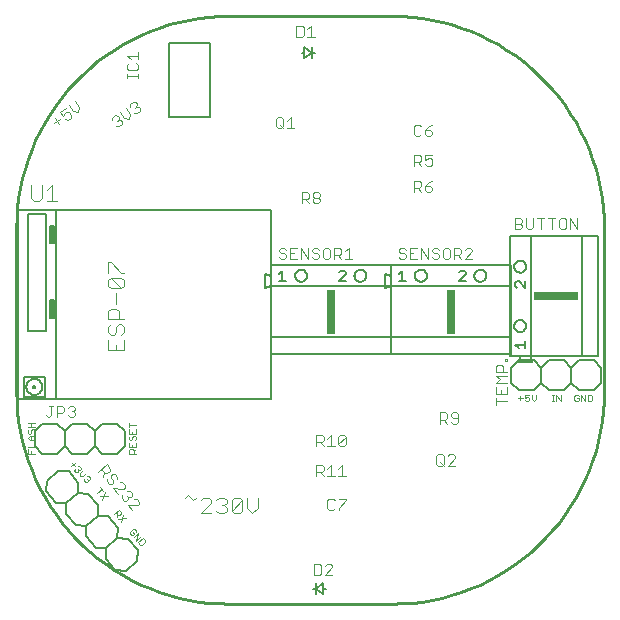
<source format=gto>
G75*
G70*
%OFA0B0*%
%FSLAX24Y24*%
%IPPOS*%
%LPD*%
%AMOC8*
5,1,8,0,0,1.08239X$1,22.5*
%
%ADD10C,0.0020*%
%ADD11C,0.0040*%
%ADD12C,0.0030*%
%ADD13C,0.0100*%
%ADD14C,0.0050*%
%ADD15C,0.0120*%
%ADD16C,0.0060*%
%ADD17R,0.1500X0.0300*%
%ADD18R,0.0300X0.1500*%
D10*
X003938Y003745D02*
X004105Y003888D01*
X004177Y003805D01*
X004173Y003753D01*
X004117Y003705D01*
X004066Y003709D01*
X003994Y003793D01*
X004042Y003737D02*
X004034Y003634D01*
X004082Y003577D02*
X004345Y003609D01*
X004249Y003720D02*
X004178Y003466D01*
X004464Y003146D02*
X004462Y003094D01*
X004512Y003040D01*
X004564Y003038D01*
X004618Y003088D01*
X004568Y003142D01*
X004573Y003246D02*
X004464Y003146D01*
X004573Y003246D02*
X004624Y003243D01*
X004674Y003189D01*
X004672Y003138D01*
X004749Y003108D02*
X004587Y002959D01*
X004686Y002851D02*
X004848Y003000D01*
X004899Y002945D02*
X004973Y002864D01*
X004971Y002812D01*
X004863Y002713D01*
X004811Y002715D01*
X004737Y002796D01*
X004899Y002945D01*
X004749Y003108D02*
X004686Y002851D01*
X003552Y004213D02*
X003625Y004468D01*
X003577Y004524D02*
X003482Y004636D01*
X003530Y004580D02*
X003362Y004438D01*
X003457Y004325D02*
X003720Y004356D01*
X003134Y004912D02*
X003108Y004887D01*
X003056Y004888D01*
X003055Y004836D01*
X003029Y004810D01*
X002977Y004811D01*
X002926Y004864D01*
X002927Y004916D01*
X002902Y004995D02*
X003008Y005097D01*
X003033Y005018D02*
X003084Y005017D01*
X003135Y004964D01*
X003134Y004912D01*
X003056Y004888D02*
X003031Y004914D01*
X002902Y004995D02*
X002798Y004997D01*
X002800Y005101D01*
X002906Y005202D01*
X002828Y005230D02*
X002801Y005205D01*
X002749Y005206D01*
X002748Y005154D01*
X002722Y005129D01*
X002670Y005130D01*
X002619Y005183D01*
X002620Y005234D01*
X002724Y005232D02*
X002749Y005206D01*
X002828Y005230D02*
X002829Y005282D01*
X002778Y005335D01*
X002726Y005336D01*
X002622Y005339D02*
X002520Y005445D01*
X002624Y005443D02*
X002518Y005341D01*
X001293Y005753D02*
X001073Y005753D01*
X001073Y005900D01*
X001073Y005974D02*
X001293Y005974D01*
X001293Y006121D01*
X001293Y006195D02*
X001146Y006195D01*
X001073Y006268D01*
X001146Y006342D01*
X001293Y006342D01*
X001257Y006416D02*
X001293Y006453D01*
X001293Y006526D01*
X001257Y006563D01*
X001220Y006563D01*
X001183Y006526D01*
X001183Y006453D01*
X001146Y006416D01*
X001110Y006416D01*
X001073Y006453D01*
X001073Y006526D01*
X001110Y006563D01*
X001073Y006637D02*
X001293Y006637D01*
X001183Y006637D02*
X001183Y006784D01*
X001073Y006784D02*
X001293Y006784D01*
X001183Y006342D02*
X001183Y006195D01*
X001183Y005826D02*
X001183Y005753D01*
X004443Y005753D02*
X004443Y005863D01*
X004479Y005900D01*
X004553Y005900D01*
X004590Y005863D01*
X004590Y005753D01*
X004663Y005753D02*
X004443Y005753D01*
X004590Y005826D02*
X004663Y005900D01*
X004663Y005974D02*
X004663Y006121D01*
X004626Y006195D02*
X004663Y006232D01*
X004663Y006305D01*
X004626Y006342D01*
X004590Y006342D01*
X004553Y006305D01*
X004553Y006232D01*
X004516Y006195D01*
X004479Y006195D01*
X004443Y006232D01*
X004443Y006305D01*
X004479Y006342D01*
X004443Y006416D02*
X004663Y006416D01*
X004663Y006563D01*
X004553Y006489D02*
X004553Y006416D01*
X004443Y006416D02*
X004443Y006563D01*
X004443Y006637D02*
X004443Y006784D01*
X004443Y006710D02*
X004663Y006710D01*
X004443Y006121D02*
X004443Y005974D01*
X004663Y005974D01*
X004553Y005974D02*
X004553Y006047D01*
X017413Y007610D02*
X017560Y007610D01*
X017634Y007610D02*
X017707Y007647D01*
X017744Y007647D01*
X017781Y007610D01*
X017781Y007537D01*
X017744Y007500D01*
X017671Y007500D01*
X017634Y007537D01*
X017634Y007610D02*
X017634Y007720D01*
X017781Y007720D01*
X017855Y007720D02*
X017855Y007574D01*
X017928Y007500D01*
X018002Y007574D01*
X018002Y007720D01*
X017486Y007684D02*
X017486Y007537D01*
X018536Y007500D02*
X018609Y007500D01*
X018573Y007500D02*
X018573Y007720D01*
X018609Y007720D02*
X018536Y007720D01*
X018683Y007720D02*
X018683Y007500D01*
X018830Y007500D02*
X018683Y007720D01*
X018830Y007720D02*
X018830Y007500D01*
X019285Y007537D02*
X019322Y007500D01*
X019395Y007500D01*
X019432Y007537D01*
X019432Y007610D01*
X019358Y007610D01*
X019285Y007684D02*
X019285Y007537D01*
X019285Y007684D02*
X019322Y007720D01*
X019395Y007720D01*
X019432Y007684D01*
X019506Y007720D02*
X019653Y007500D01*
X019653Y007720D01*
X019727Y007720D02*
X019727Y007500D01*
X019837Y007500D01*
X019874Y007537D01*
X019874Y007684D01*
X019837Y007720D01*
X019727Y007720D01*
X019506Y007720D02*
X019506Y007500D01*
D11*
X017030Y008851D02*
X017030Y008911D01*
X016970Y008911D01*
X016970Y008851D01*
X017030Y008851D01*
X016850Y008723D02*
X016910Y008663D01*
X016909Y008483D01*
X017029Y008483D02*
X016669Y008483D01*
X016669Y008664D01*
X016730Y008724D01*
X016850Y008723D01*
X017029Y008355D02*
X016669Y008355D01*
X016789Y008235D01*
X016669Y008115D01*
X017029Y008115D01*
X017029Y007986D02*
X017028Y007746D01*
X016668Y007747D01*
X016668Y007987D01*
X016848Y007867D02*
X016848Y007747D01*
X016668Y007619D02*
X016667Y007379D01*
X016667Y007499D02*
X017028Y007498D01*
X015876Y012255D02*
X015636Y012255D01*
X015876Y012496D01*
X015876Y012556D01*
X015816Y012616D01*
X015696Y012616D01*
X015636Y012556D01*
X015508Y012556D02*
X015508Y012436D01*
X015448Y012376D01*
X015268Y012376D01*
X015388Y012376D02*
X015508Y012255D01*
X015268Y012255D02*
X015268Y012616D01*
X015448Y012616D01*
X015508Y012556D01*
X015139Y012556D02*
X015139Y012315D01*
X015079Y012255D01*
X014959Y012255D01*
X014899Y012315D01*
X014899Y012556D01*
X014959Y012616D01*
X015079Y012616D01*
X015139Y012556D01*
X014771Y012556D02*
X014711Y012616D01*
X014591Y012616D01*
X014531Y012556D01*
X014531Y012496D01*
X014591Y012436D01*
X014711Y012436D01*
X014771Y012376D01*
X014771Y012315D01*
X014711Y012255D01*
X014591Y012255D01*
X014531Y012315D01*
X014403Y012255D02*
X014403Y012616D01*
X014163Y012616D02*
X014403Y012255D01*
X014163Y012255D02*
X014163Y012616D01*
X014035Y012616D02*
X013794Y012616D01*
X013794Y012255D01*
X014035Y012255D01*
X013914Y012436D02*
X013794Y012436D01*
X013666Y012376D02*
X013666Y012315D01*
X013606Y012255D01*
X013486Y012255D01*
X013426Y012315D01*
X013486Y012436D02*
X013426Y012496D01*
X013426Y012556D01*
X013486Y012616D01*
X013606Y012616D01*
X013666Y012556D01*
X013606Y012436D02*
X013666Y012376D01*
X013606Y012436D02*
X013486Y012436D01*
X011882Y012255D02*
X011642Y012255D01*
X011762Y012255D02*
X011762Y012616D01*
X011642Y012496D01*
X011514Y012556D02*
X011514Y012436D01*
X011454Y012376D01*
X011274Y012376D01*
X011394Y012376D02*
X011514Y012255D01*
X011274Y012255D02*
X011274Y012616D01*
X011454Y012616D01*
X011514Y012556D01*
X011146Y012556D02*
X011146Y012315D01*
X011086Y012255D01*
X010966Y012255D01*
X010906Y012315D01*
X010906Y012556D01*
X010966Y012616D01*
X011086Y012616D01*
X011146Y012556D01*
X010777Y012556D02*
X010717Y012616D01*
X010597Y012616D01*
X010537Y012556D01*
X010537Y012496D01*
X010597Y012436D01*
X010717Y012436D01*
X010777Y012376D01*
X010777Y012315D01*
X010717Y012255D01*
X010597Y012255D01*
X010537Y012315D01*
X010409Y012255D02*
X010409Y012616D01*
X010169Y012616D02*
X010409Y012255D01*
X010169Y012255D02*
X010169Y012616D01*
X010041Y012616D02*
X009801Y012616D01*
X009801Y012255D01*
X010041Y012255D01*
X009921Y012436D02*
X009801Y012436D01*
X009672Y012376D02*
X009672Y012315D01*
X009612Y012255D01*
X009492Y012255D01*
X009432Y012315D01*
X009492Y012436D02*
X009612Y012436D01*
X009672Y012376D01*
X009672Y012556D02*
X009612Y012616D01*
X009492Y012616D01*
X009432Y012556D01*
X009432Y012496D01*
X009492Y012436D01*
X004268Y011782D02*
X004181Y011782D01*
X003834Y012129D01*
X003747Y012129D01*
X003747Y011782D01*
X003834Y011613D02*
X003747Y011526D01*
X003747Y011353D01*
X003834Y011266D01*
X004181Y011266D01*
X003834Y011613D01*
X004181Y011613D01*
X004268Y011526D01*
X004268Y011353D01*
X004181Y011266D01*
X004008Y011097D02*
X004008Y010750D01*
X004008Y010582D02*
X004094Y010495D01*
X004094Y010235D01*
X004094Y010066D02*
X004181Y010066D01*
X004268Y009979D01*
X004268Y009806D01*
X004181Y009719D01*
X004268Y009550D02*
X004268Y009203D01*
X003747Y009203D01*
X003747Y009550D01*
X003834Y009719D02*
X003747Y009806D01*
X003747Y009979D01*
X003834Y010066D01*
X003747Y010235D02*
X003747Y010495D01*
X003834Y010582D01*
X004008Y010582D01*
X004268Y010235D02*
X003747Y010235D01*
X004008Y009979D02*
X004094Y010066D01*
X004008Y009979D02*
X004008Y009806D01*
X003921Y009719D01*
X003834Y009719D01*
X004008Y009377D02*
X004008Y009203D01*
X002582Y007342D02*
X002462Y007342D01*
X002402Y007282D01*
X002274Y007282D02*
X002274Y007162D01*
X002214Y007102D01*
X002034Y007102D01*
X002034Y006982D02*
X002034Y007342D01*
X002214Y007342D01*
X002274Y007282D01*
X002402Y007042D02*
X002462Y006982D01*
X002582Y006982D01*
X002642Y007042D01*
X002642Y007102D01*
X002582Y007162D01*
X002522Y007162D01*
X002582Y007162D02*
X002642Y007222D01*
X002642Y007282D01*
X002582Y007342D01*
X001905Y007342D02*
X001785Y007342D01*
X001845Y007342D02*
X001845Y007042D01*
X001785Y006982D01*
X001725Y006982D01*
X001665Y007042D01*
X003509Y005234D02*
X003628Y005099D01*
X003712Y005093D01*
X003803Y005173D01*
X003808Y005257D01*
X003689Y005393D01*
X003418Y005154D01*
X003588Y005144D02*
X003577Y004974D01*
X003707Y004918D02*
X003702Y004833D01*
X003781Y004743D01*
X003866Y004737D01*
X003911Y004777D01*
X003916Y004862D01*
X003837Y004952D01*
X003842Y005037D01*
X003887Y005077D01*
X003972Y005071D01*
X004051Y004981D01*
X004046Y004896D01*
X004131Y004800D02*
X004216Y004795D01*
X004295Y004705D01*
X004290Y004620D01*
X004245Y004580D01*
X003906Y004602D01*
X004064Y004422D01*
X004194Y004365D02*
X004189Y004280D01*
X004268Y004190D01*
X004353Y004185D01*
X004398Y004225D01*
X004403Y004309D01*
X004364Y004354D01*
X004403Y004309D02*
X004488Y004304D01*
X004533Y004344D01*
X004539Y004429D01*
X004459Y004519D01*
X004374Y004524D01*
X004618Y004248D02*
X004703Y004242D01*
X004782Y004152D01*
X004777Y004068D01*
X004732Y004028D01*
X004393Y004049D01*
X004552Y003869D01*
X006315Y004287D02*
X006402Y004373D01*
X006576Y004200D01*
X006662Y004287D01*
X006831Y004200D02*
X006918Y004287D01*
X007091Y004287D01*
X007178Y004200D01*
X007178Y004113D01*
X006831Y003766D01*
X007178Y003766D01*
X007347Y003853D02*
X007433Y003766D01*
X007607Y003766D01*
X007694Y003853D01*
X007694Y003940D01*
X007607Y004026D01*
X007520Y004026D01*
X007607Y004026D02*
X007694Y004113D01*
X007694Y004200D01*
X007607Y004287D01*
X007433Y004287D01*
X007347Y004200D01*
X007862Y004200D02*
X007862Y003853D01*
X008209Y004200D01*
X008209Y003853D01*
X008122Y003766D01*
X007949Y003766D01*
X007862Y003853D01*
X007862Y004200D02*
X007949Y004287D01*
X008122Y004287D01*
X008209Y004200D01*
X008378Y004287D02*
X008378Y003940D01*
X008551Y003766D01*
X008725Y003940D01*
X008725Y004287D01*
X017304Y013240D02*
X017484Y013240D01*
X017544Y013300D01*
X017544Y013360D01*
X017484Y013420D01*
X017304Y013420D01*
X017484Y013420D02*
X017544Y013480D01*
X017544Y013540D01*
X017484Y013600D01*
X017304Y013600D01*
X017304Y013240D01*
X017672Y013300D02*
X017732Y013240D01*
X017852Y013240D01*
X017912Y013300D01*
X017912Y013600D01*
X018040Y013600D02*
X018280Y013600D01*
X018160Y013600D02*
X018160Y013240D01*
X018529Y013240D02*
X018529Y013600D01*
X018649Y013600D02*
X018408Y013600D01*
X018777Y013540D02*
X018777Y013300D01*
X018837Y013240D01*
X018957Y013240D01*
X019017Y013300D01*
X019017Y013540D01*
X018957Y013600D01*
X018837Y013600D01*
X018777Y013540D01*
X019145Y013600D02*
X019145Y013240D01*
X019385Y013240D02*
X019385Y013600D01*
X019145Y013600D02*
X019385Y013240D01*
X017672Y013300D02*
X017672Y013600D01*
X004734Y018285D02*
X004734Y018405D01*
X004734Y018345D02*
X004374Y018345D01*
X004374Y018285D02*
X004374Y018405D01*
X004434Y018530D02*
X004674Y018530D01*
X004734Y018590D01*
X004734Y018710D01*
X004674Y018770D01*
X004734Y018899D02*
X004734Y019139D01*
X004734Y019019D02*
X004374Y019019D01*
X004494Y018899D01*
X004434Y018770D02*
X004374Y018710D01*
X004374Y018590D01*
X004434Y018530D01*
X001875Y014711D02*
X001875Y014190D01*
X002048Y014190D02*
X001701Y014190D01*
X001532Y014277D02*
X001532Y014711D01*
X001701Y014537D02*
X001875Y014711D01*
X001532Y014277D02*
X001446Y014190D01*
X001272Y014190D01*
X001185Y014277D01*
X001185Y014711D01*
D12*
X001944Y016770D02*
X002142Y016918D01*
X002239Y016991D02*
X002301Y017114D01*
X002350Y017151D01*
X002437Y017139D01*
X002511Y017040D01*
X002498Y016953D01*
X002399Y016879D01*
X002313Y016892D01*
X002239Y016991D02*
X002128Y017139D01*
X002326Y017287D01*
X002423Y017360D02*
X002571Y017162D01*
X002744Y017137D01*
X002769Y017310D01*
X002621Y017507D01*
X001969Y016943D02*
X002117Y016745D01*
X003867Y016869D02*
X003880Y016955D01*
X003978Y017029D01*
X004065Y017017D01*
X004102Y016967D01*
X004089Y016881D01*
X004176Y016869D01*
X004213Y016819D01*
X004200Y016733D01*
X004101Y016659D01*
X004015Y016671D01*
X004040Y016844D02*
X004089Y016881D01*
X004273Y016941D02*
X004446Y016916D01*
X004471Y017089D01*
X004323Y017287D01*
X004457Y017310D02*
X004469Y017397D01*
X004568Y017470D01*
X004655Y017458D01*
X004692Y017409D01*
X004679Y017322D01*
X004766Y017310D01*
X004802Y017260D01*
X004790Y017174D01*
X004691Y017100D01*
X004605Y017112D01*
X004630Y017285D02*
X004679Y017322D01*
X004273Y016941D02*
X004125Y017139D01*
X009334Y016905D02*
X009334Y016658D01*
X009395Y016596D01*
X009519Y016596D01*
X009580Y016658D01*
X009580Y016905D01*
X009519Y016966D01*
X009395Y016966D01*
X009334Y016905D01*
X009457Y016720D02*
X009580Y016596D01*
X009702Y016596D02*
X009949Y016596D01*
X009825Y016596D02*
X009825Y016966D01*
X009702Y016843D01*
X010187Y014474D02*
X010372Y014474D01*
X010434Y014412D01*
X010434Y014288D01*
X010372Y014227D01*
X010187Y014227D01*
X010310Y014227D02*
X010434Y014103D01*
X010555Y014165D02*
X010555Y014227D01*
X010617Y014288D01*
X010740Y014288D01*
X010802Y014227D01*
X010802Y014165D01*
X010740Y014103D01*
X010617Y014103D01*
X010555Y014165D01*
X010617Y014288D02*
X010555Y014350D01*
X010555Y014412D01*
X010617Y014474D01*
X010740Y014474D01*
X010802Y014412D01*
X010802Y014350D01*
X010740Y014288D01*
X010187Y014103D02*
X010187Y014474D01*
X013930Y014485D02*
X013930Y014855D01*
X014116Y014855D01*
X014177Y014793D01*
X014177Y014670D01*
X014116Y014608D01*
X013930Y014608D01*
X014054Y014608D02*
X014177Y014485D01*
X014299Y014546D02*
X014360Y014485D01*
X014484Y014485D01*
X014546Y014546D01*
X014546Y014608D01*
X014484Y014670D01*
X014299Y014670D01*
X014299Y014546D01*
X014299Y014670D02*
X014422Y014793D01*
X014546Y014855D01*
X014492Y015346D02*
X014368Y015346D01*
X014307Y015407D01*
X014307Y015531D02*
X014430Y015593D01*
X014492Y015593D01*
X014553Y015531D01*
X014553Y015407D01*
X014492Y015346D01*
X014307Y015531D02*
X014307Y015716D01*
X014553Y015716D01*
X014185Y015654D02*
X014185Y015531D01*
X014123Y015469D01*
X013938Y015469D01*
X013938Y015346D02*
X013938Y015716D01*
X014123Y015716D01*
X014185Y015654D01*
X014062Y015469D02*
X014185Y015346D01*
X014116Y016352D02*
X014178Y016413D01*
X014116Y016352D02*
X013993Y016352D01*
X013931Y016413D01*
X013931Y016660D01*
X013993Y016722D01*
X014116Y016722D01*
X014178Y016660D01*
X014299Y016537D02*
X014484Y016537D01*
X014546Y016475D01*
X014546Y016413D01*
X014484Y016352D01*
X014361Y016352D01*
X014299Y016413D01*
X014299Y016537D01*
X014423Y016660D01*
X014546Y016722D01*
X010630Y019652D02*
X010383Y019652D01*
X010506Y019652D02*
X010506Y020022D01*
X010383Y019899D01*
X010262Y019961D02*
X010262Y019714D01*
X010200Y019652D01*
X010015Y019652D01*
X010015Y020022D01*
X010200Y020022D01*
X010262Y019961D01*
X014796Y007127D02*
X014981Y007127D01*
X015043Y007066D01*
X015043Y006942D01*
X014981Y006881D01*
X014796Y006881D01*
X014920Y006881D02*
X015043Y006757D01*
X015164Y006819D02*
X015226Y006757D01*
X015350Y006757D01*
X015411Y006819D01*
X015411Y007066D01*
X015350Y007127D01*
X015226Y007127D01*
X015164Y007066D01*
X015164Y007004D01*
X015226Y006942D01*
X015411Y006942D01*
X014796Y006757D02*
X014796Y007127D01*
X014747Y005727D02*
X014871Y005727D01*
X014932Y005665D01*
X014932Y005418D01*
X014871Y005357D01*
X014747Y005357D01*
X014686Y005418D01*
X014686Y005665D01*
X014747Y005727D01*
X014809Y005480D02*
X014932Y005357D01*
X015054Y005357D02*
X015301Y005604D01*
X015301Y005665D01*
X015239Y005727D01*
X015116Y005727D01*
X015054Y005665D01*
X015054Y005357D02*
X015301Y005357D01*
X011661Y005010D02*
X011414Y005010D01*
X011293Y005010D02*
X011046Y005010D01*
X010925Y005010D02*
X010801Y005133D01*
X010863Y005133D02*
X010678Y005133D01*
X010678Y005010D02*
X010678Y005380D01*
X010863Y005380D01*
X010925Y005318D01*
X010925Y005195D01*
X010863Y005133D01*
X011046Y005257D02*
X011169Y005380D01*
X011169Y005010D01*
X011414Y005257D02*
X011538Y005380D01*
X011538Y005010D01*
X011420Y004257D02*
X011667Y004257D01*
X011667Y004195D01*
X011420Y003948D01*
X011420Y003887D01*
X011299Y003948D02*
X011237Y003887D01*
X011114Y003887D01*
X011052Y003948D01*
X011052Y004195D01*
X011114Y004257D01*
X011237Y004257D01*
X011299Y004195D01*
X011293Y006008D02*
X011046Y006008D01*
X010925Y006008D02*
X010801Y006132D01*
X010863Y006132D02*
X010678Y006132D01*
X010678Y006008D02*
X010678Y006379D01*
X010863Y006379D01*
X010925Y006317D01*
X010925Y006193D01*
X010863Y006132D01*
X011046Y006255D02*
X011169Y006379D01*
X011169Y006008D01*
X011414Y006070D02*
X011661Y006317D01*
X011661Y006070D01*
X011599Y006008D01*
X011476Y006008D01*
X011414Y006070D01*
X011414Y006317D01*
X011476Y006379D01*
X011599Y006379D01*
X011661Y006317D01*
X011155Y002085D02*
X011032Y002085D01*
X010970Y002024D01*
X010849Y002024D02*
X010787Y002085D01*
X010602Y002085D01*
X010602Y001715D01*
X010787Y001715D01*
X010849Y001777D01*
X010849Y002024D01*
X011155Y002085D02*
X011217Y002024D01*
X011217Y001962D01*
X010970Y001715D01*
X011217Y001715D01*
D13*
X013187Y000751D02*
X007766Y000751D01*
X007766Y000750D02*
X007429Y000758D01*
X007092Y000782D01*
X006757Y000822D01*
X006425Y000878D01*
X006095Y000950D01*
X005769Y001037D01*
X005448Y001140D01*
X005132Y001258D01*
X004822Y001390D01*
X004519Y001538D01*
X004222Y001699D01*
X003934Y001875D01*
X003655Y002064D01*
X003385Y002266D01*
X003125Y002481D01*
X002875Y002708D01*
X002637Y002946D01*
X002410Y003196D01*
X002195Y003456D01*
X001993Y003726D01*
X001804Y004005D01*
X001628Y004294D01*
X001467Y004590D01*
X001319Y004893D01*
X001187Y005203D01*
X001069Y005519D01*
X000966Y005840D01*
X000879Y006166D01*
X000807Y006496D01*
X000751Y006828D01*
X000711Y007163D01*
X000687Y007500D01*
X000679Y007837D01*
X000679Y013258D01*
X000687Y013595D01*
X000711Y013932D01*
X000751Y014267D01*
X000807Y014599D01*
X000879Y014929D01*
X000966Y015255D01*
X001069Y015576D01*
X001187Y015892D01*
X001319Y016202D01*
X001467Y016505D01*
X001628Y016802D01*
X001804Y017090D01*
X001993Y017369D01*
X002195Y017639D01*
X002410Y017899D01*
X002637Y018149D01*
X002875Y018387D01*
X003125Y018614D01*
X003385Y018829D01*
X003655Y019031D01*
X003934Y019220D01*
X004222Y019396D01*
X004519Y019557D01*
X004822Y019705D01*
X005132Y019837D01*
X005448Y019955D01*
X005769Y020058D01*
X006095Y020145D01*
X006425Y020217D01*
X006757Y020273D01*
X007092Y020313D01*
X007429Y020337D01*
X007766Y020345D01*
X013187Y020345D01*
X013524Y020337D01*
X013861Y020313D01*
X014196Y020273D01*
X014528Y020217D01*
X014858Y020145D01*
X015184Y020058D01*
X015505Y019955D01*
X015821Y019837D01*
X016131Y019705D01*
X016434Y019557D01*
X016731Y019396D01*
X017019Y019220D01*
X017298Y019031D01*
X017568Y018829D01*
X017828Y018614D01*
X018078Y018387D01*
X018316Y018149D01*
X018543Y017899D01*
X018758Y017639D01*
X018960Y017369D01*
X019149Y017090D01*
X019325Y016802D01*
X019486Y016505D01*
X019634Y016202D01*
X019766Y015892D01*
X019884Y015576D01*
X019987Y015255D01*
X020074Y014929D01*
X020146Y014599D01*
X020202Y014267D01*
X020242Y013932D01*
X020266Y013595D01*
X020274Y013258D01*
X020273Y013258D02*
X020273Y007837D01*
X020274Y007837D02*
X020266Y007500D01*
X020242Y007163D01*
X020202Y006828D01*
X020146Y006496D01*
X020074Y006166D01*
X019987Y005840D01*
X019884Y005519D01*
X019766Y005203D01*
X019634Y004893D01*
X019486Y004590D01*
X019325Y004294D01*
X019149Y004005D01*
X018960Y003726D01*
X018758Y003456D01*
X018543Y003196D01*
X018316Y002946D01*
X018078Y002708D01*
X017828Y002481D01*
X017568Y002266D01*
X017298Y002064D01*
X017019Y001875D01*
X016731Y001699D01*
X016434Y001538D01*
X016131Y001390D01*
X015821Y001258D01*
X015505Y001140D01*
X015184Y001037D01*
X014858Y000950D01*
X014528Y000878D01*
X014196Y000822D01*
X013861Y000782D01*
X013524Y000758D01*
X013187Y000750D01*
D14*
X011009Y001250D02*
X010913Y001250D01*
X010913Y001438D01*
X010663Y001250D01*
X010567Y001250D01*
X010663Y001250D02*
X010663Y001438D01*
X010663Y001250D02*
X010663Y001062D01*
X010663Y001250D02*
X010913Y001062D01*
X010913Y001250D01*
X009170Y007569D02*
X002004Y007569D01*
X002004Y013869D01*
X009170Y013869D01*
X009170Y007569D01*
X009438Y011510D02*
X009665Y011510D01*
X009551Y011510D02*
X009551Y011851D01*
X009438Y011737D01*
X011438Y011794D02*
X011494Y011851D01*
X011608Y011851D01*
X011665Y011794D01*
X011665Y011737D01*
X011438Y011510D01*
X011665Y011510D01*
X013431Y011510D02*
X013658Y011510D01*
X013545Y011510D02*
X013545Y011851D01*
X013431Y011737D01*
X015431Y011794D02*
X015488Y011851D01*
X015602Y011851D01*
X015658Y011794D01*
X015658Y011737D01*
X015431Y011510D01*
X015658Y011510D01*
X017309Y011444D02*
X017309Y011331D01*
X017366Y011274D01*
X017309Y011444D02*
X017366Y011501D01*
X017423Y011501D01*
X017649Y011274D01*
X017649Y011501D01*
X017649Y009501D02*
X017649Y009274D01*
X017649Y009387D02*
X017309Y009387D01*
X017423Y009274D01*
X010535Y018927D02*
X010535Y019114D01*
X010631Y019114D01*
X010535Y019114D02*
X010535Y019302D01*
X010535Y019114D02*
X010285Y018927D01*
X010285Y019114D01*
X010189Y019114D01*
X010285Y019114D02*
X010285Y019302D01*
X010535Y019114D01*
X002004Y013869D02*
X000721Y013869D01*
X000721Y007569D01*
X002004Y007569D01*
X001624Y007633D02*
X000936Y007633D01*
X000936Y008321D01*
X001624Y008321D01*
X001624Y007633D01*
X001311Y007946D02*
X001249Y007946D01*
X001311Y008008D01*
X001311Y007946D01*
X001015Y007977D02*
X001017Y008009D01*
X001023Y008040D01*
X001032Y008071D01*
X001045Y008100D01*
X001062Y008128D01*
X001082Y008153D01*
X001104Y008175D01*
X001129Y008195D01*
X001157Y008212D01*
X001186Y008225D01*
X001217Y008234D01*
X001248Y008240D01*
X001280Y008242D01*
X001312Y008240D01*
X001343Y008234D01*
X001374Y008225D01*
X001403Y008212D01*
X001431Y008195D01*
X001456Y008175D01*
X001478Y008153D01*
X001498Y008128D01*
X001515Y008100D01*
X001528Y008071D01*
X001537Y008040D01*
X001543Y008009D01*
X001545Y007977D01*
X001543Y007945D01*
X001537Y007914D01*
X001528Y007883D01*
X001515Y007854D01*
X001498Y007826D01*
X001478Y007801D01*
X001456Y007779D01*
X001431Y007759D01*
X001403Y007742D01*
X001374Y007729D01*
X001343Y007720D01*
X001312Y007714D01*
X001280Y007712D01*
X001248Y007714D01*
X001217Y007720D01*
X001186Y007729D01*
X001157Y007742D01*
X001129Y007759D01*
X001104Y007779D01*
X001082Y007801D01*
X001062Y007826D01*
X001045Y007854D01*
X001032Y007883D01*
X001023Y007914D01*
X001017Y007945D01*
X001015Y007977D01*
X001249Y007946D02*
X001249Y008008D01*
X001311Y008008D01*
X001061Y009852D02*
X001655Y009852D01*
X001655Y013727D01*
X001061Y013727D01*
X001061Y009852D01*
X001811Y010290D02*
X001936Y010290D01*
X001936Y010883D01*
X001811Y010883D01*
X001811Y010290D01*
X001811Y012758D02*
X001936Y012758D01*
X001936Y013352D01*
X001811Y013352D01*
X001811Y012758D01*
D15*
X001874Y012821D02*
X001874Y013321D01*
X001874Y010821D02*
X001874Y010321D01*
D16*
X002992Y002998D02*
X003323Y002623D01*
X003676Y002601D01*
X003654Y002248D01*
X003984Y001873D01*
X004337Y001851D01*
X004712Y002182D01*
X004734Y002534D01*
X004404Y002910D01*
X004051Y002932D01*
X003676Y002601D01*
X004051Y002932D02*
X004073Y003285D01*
X003742Y003660D01*
X003390Y003682D01*
X003015Y003351D01*
X002662Y003373D01*
X002331Y003748D01*
X002353Y004101D01*
X002000Y004124D01*
X001670Y004499D01*
X001692Y004851D01*
X002067Y005182D01*
X002420Y005160D01*
X002750Y004785D01*
X002728Y004432D01*
X003081Y004410D01*
X003412Y004035D01*
X003390Y003682D01*
X003015Y003351D02*
X002992Y002998D01*
X002353Y004101D02*
X002728Y004432D01*
X002551Y005742D02*
X002301Y005992D01*
X002051Y005742D01*
X001551Y005742D01*
X001301Y005992D01*
X001301Y006492D01*
X001551Y006742D01*
X002051Y006742D01*
X002301Y006492D01*
X002551Y006742D01*
X003051Y006742D01*
X003301Y006492D01*
X003551Y006742D01*
X004051Y006742D01*
X004301Y006492D01*
X004301Y005992D01*
X004051Y005742D01*
X003551Y005742D01*
X003301Y005992D01*
X003051Y005742D01*
X002551Y005742D01*
X002301Y005992D02*
X002301Y006492D01*
X003301Y006492D02*
X003301Y005992D01*
X008963Y011285D02*
X009163Y011335D01*
X009163Y009635D01*
X013163Y009635D01*
X013163Y009085D01*
X009163Y009085D01*
X009163Y009635D01*
X008963Y011285D02*
X008963Y011735D01*
X009163Y011685D01*
X009163Y011335D01*
X013163Y011335D01*
X013163Y009635D01*
X013156Y009635D02*
X013156Y011335D01*
X017156Y011335D01*
X017156Y009635D01*
X017156Y009085D01*
X013156Y009085D01*
X013156Y009635D01*
X017156Y009635D01*
X017274Y010009D02*
X017276Y010037D01*
X017282Y010064D01*
X017291Y010090D01*
X017304Y010115D01*
X017321Y010138D01*
X017340Y010158D01*
X017362Y010175D01*
X017386Y010189D01*
X017412Y010199D01*
X017439Y010206D01*
X017467Y010209D01*
X017495Y010208D01*
X017522Y010203D01*
X017549Y010194D01*
X017574Y010182D01*
X017597Y010167D01*
X017618Y010148D01*
X017636Y010127D01*
X017651Y010103D01*
X017662Y010077D01*
X017670Y010051D01*
X017674Y010023D01*
X017674Y009995D01*
X017670Y009967D01*
X017662Y009941D01*
X017651Y009915D01*
X017636Y009891D01*
X017618Y009870D01*
X017597Y009851D01*
X017574Y009836D01*
X017549Y009824D01*
X017522Y009815D01*
X017495Y009810D01*
X017467Y009809D01*
X017439Y009812D01*
X017412Y009819D01*
X017386Y009829D01*
X017362Y009843D01*
X017340Y009860D01*
X017321Y009880D01*
X017304Y009903D01*
X017291Y009928D01*
X017282Y009954D01*
X017276Y009981D01*
X017274Y010009D01*
X017124Y008999D02*
X017474Y008999D01*
X017824Y008999D01*
X019524Y008999D01*
X019524Y012999D01*
X020074Y012999D01*
X020074Y008999D01*
X019524Y008999D01*
X019425Y008870D02*
X019925Y008869D01*
X020175Y008618D01*
X020174Y008118D01*
X019924Y007869D01*
X019424Y007870D01*
X019174Y008120D01*
X018924Y007870D01*
X018424Y007871D01*
X018174Y008122D01*
X017924Y007872D01*
X017424Y007873D01*
X017174Y008123D01*
X017175Y008623D01*
X017425Y008873D01*
X017925Y008872D01*
X018175Y008622D01*
X018425Y008871D01*
X018925Y008870D01*
X019175Y008620D01*
X019425Y008870D01*
X019175Y008620D02*
X019174Y008120D01*
X018174Y008122D02*
X018175Y008622D01*
X017874Y008799D02*
X017824Y008999D01*
X017824Y012999D01*
X019524Y012999D01*
X017824Y012999D02*
X017124Y012999D01*
X017124Y008999D01*
X017474Y008999D02*
X017424Y008799D01*
X017874Y008799D01*
X017156Y011335D02*
X017156Y012035D01*
X013156Y012035D01*
X013156Y011685D01*
X013156Y011335D01*
X012956Y011285D01*
X012956Y011735D01*
X013156Y011685D01*
X013163Y012035D02*
X013163Y011335D01*
X013163Y012035D02*
X009163Y012035D01*
X009163Y011685D01*
X009973Y011685D02*
X009975Y011713D01*
X009981Y011740D01*
X009990Y011766D01*
X010003Y011791D01*
X010020Y011814D01*
X010039Y011834D01*
X010061Y011851D01*
X010085Y011865D01*
X010111Y011875D01*
X010138Y011882D01*
X010166Y011885D01*
X010194Y011884D01*
X010221Y011879D01*
X010248Y011870D01*
X010273Y011858D01*
X010296Y011843D01*
X010317Y011824D01*
X010335Y011803D01*
X010350Y011779D01*
X010361Y011753D01*
X010369Y011727D01*
X010373Y011699D01*
X010373Y011671D01*
X010369Y011643D01*
X010361Y011617D01*
X010350Y011591D01*
X010335Y011567D01*
X010317Y011546D01*
X010296Y011527D01*
X010273Y011512D01*
X010248Y011500D01*
X010221Y011491D01*
X010194Y011486D01*
X010166Y011485D01*
X010138Y011488D01*
X010111Y011495D01*
X010085Y011505D01*
X010061Y011519D01*
X010039Y011536D01*
X010020Y011556D01*
X010003Y011579D01*
X009990Y011604D01*
X009981Y011630D01*
X009975Y011657D01*
X009973Y011685D01*
X011953Y011685D02*
X011955Y011713D01*
X011961Y011740D01*
X011970Y011766D01*
X011983Y011791D01*
X012000Y011814D01*
X012019Y011834D01*
X012041Y011851D01*
X012065Y011865D01*
X012091Y011875D01*
X012118Y011882D01*
X012146Y011885D01*
X012174Y011884D01*
X012201Y011879D01*
X012228Y011870D01*
X012253Y011858D01*
X012276Y011843D01*
X012297Y011824D01*
X012315Y011803D01*
X012330Y011779D01*
X012341Y011753D01*
X012349Y011727D01*
X012353Y011699D01*
X012353Y011671D01*
X012349Y011643D01*
X012341Y011617D01*
X012330Y011591D01*
X012315Y011567D01*
X012297Y011546D01*
X012276Y011527D01*
X012253Y011512D01*
X012228Y011500D01*
X012201Y011491D01*
X012174Y011486D01*
X012146Y011485D01*
X012118Y011488D01*
X012091Y011495D01*
X012065Y011505D01*
X012041Y011519D01*
X012019Y011536D01*
X012000Y011556D01*
X011983Y011579D01*
X011970Y011604D01*
X011961Y011630D01*
X011955Y011657D01*
X011953Y011685D01*
X013966Y011685D02*
X013968Y011713D01*
X013974Y011740D01*
X013983Y011766D01*
X013996Y011791D01*
X014013Y011814D01*
X014032Y011834D01*
X014054Y011851D01*
X014078Y011865D01*
X014104Y011875D01*
X014131Y011882D01*
X014159Y011885D01*
X014187Y011884D01*
X014214Y011879D01*
X014241Y011870D01*
X014266Y011858D01*
X014289Y011843D01*
X014310Y011824D01*
X014328Y011803D01*
X014343Y011779D01*
X014354Y011753D01*
X014362Y011727D01*
X014366Y011699D01*
X014366Y011671D01*
X014362Y011643D01*
X014354Y011617D01*
X014343Y011591D01*
X014328Y011567D01*
X014310Y011546D01*
X014289Y011527D01*
X014266Y011512D01*
X014241Y011500D01*
X014214Y011491D01*
X014187Y011486D01*
X014159Y011485D01*
X014131Y011488D01*
X014104Y011495D01*
X014078Y011505D01*
X014054Y011519D01*
X014032Y011536D01*
X014013Y011556D01*
X013996Y011579D01*
X013983Y011604D01*
X013974Y011630D01*
X013968Y011657D01*
X013966Y011685D01*
X015946Y011685D02*
X015948Y011713D01*
X015954Y011740D01*
X015963Y011766D01*
X015976Y011791D01*
X015993Y011814D01*
X016012Y011834D01*
X016034Y011851D01*
X016058Y011865D01*
X016084Y011875D01*
X016111Y011882D01*
X016139Y011885D01*
X016167Y011884D01*
X016194Y011879D01*
X016221Y011870D01*
X016246Y011858D01*
X016269Y011843D01*
X016290Y011824D01*
X016308Y011803D01*
X016323Y011779D01*
X016334Y011753D01*
X016342Y011727D01*
X016346Y011699D01*
X016346Y011671D01*
X016342Y011643D01*
X016334Y011617D01*
X016323Y011591D01*
X016308Y011567D01*
X016290Y011546D01*
X016269Y011527D01*
X016246Y011512D01*
X016221Y011500D01*
X016194Y011491D01*
X016167Y011486D01*
X016139Y011485D01*
X016111Y011488D01*
X016084Y011495D01*
X016058Y011505D01*
X016034Y011519D01*
X016012Y011536D01*
X015993Y011556D01*
X015976Y011579D01*
X015963Y011604D01*
X015954Y011630D01*
X015948Y011657D01*
X015946Y011685D01*
X017274Y011989D02*
X017276Y012017D01*
X017282Y012044D01*
X017291Y012070D01*
X017304Y012095D01*
X017321Y012118D01*
X017340Y012138D01*
X017362Y012155D01*
X017386Y012169D01*
X017412Y012179D01*
X017439Y012186D01*
X017467Y012189D01*
X017495Y012188D01*
X017522Y012183D01*
X017549Y012174D01*
X017574Y012162D01*
X017597Y012147D01*
X017618Y012128D01*
X017636Y012107D01*
X017651Y012083D01*
X017662Y012057D01*
X017670Y012031D01*
X017674Y012003D01*
X017674Y011975D01*
X017670Y011947D01*
X017662Y011921D01*
X017651Y011895D01*
X017636Y011871D01*
X017618Y011850D01*
X017597Y011831D01*
X017574Y011816D01*
X017549Y011804D01*
X017522Y011795D01*
X017495Y011790D01*
X017467Y011789D01*
X017439Y011792D01*
X017412Y011799D01*
X017386Y011809D01*
X017362Y011823D01*
X017340Y011840D01*
X017321Y011860D01*
X017304Y011883D01*
X017291Y011908D01*
X017282Y011934D01*
X017276Y011961D01*
X017274Y011989D01*
X007123Y016970D02*
X007123Y019430D01*
X005760Y019430D01*
X005760Y016970D01*
X007123Y016970D01*
D17*
X018674Y010999D03*
D18*
X015156Y010485D03*
X011163Y010485D03*
M02*

</source>
